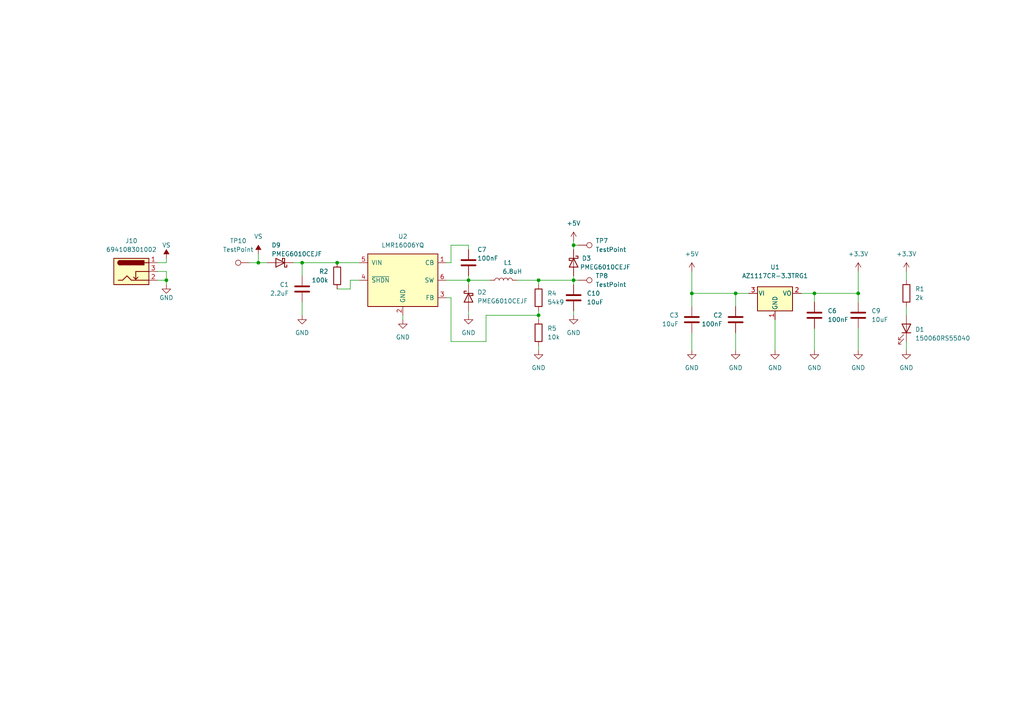
<source format=kicad_sch>
(kicad_sch (version 20250114) (generator "eeschema") (generator_version "9.0")
  (paper "A4")
  (lib_symbols
    (symbol "Connector:Barrel_Jack_Switch" (pin_names (hide yes))
      (property "Reference" "J" (at 0 5.334 0))
      (property "Value" "Barrel_Jack_Switch" (at 0 -5.08 0))
      (symbol "Barrel_Jack_Switch_0_1"
        (rectangle (start -5.08 3.81) (end 5.08 -3.81) (stroke (width 0.254)) (fill (type background)))
        (polyline (pts (xy -3.81 -2.54) (xy -2.54 -2.54) (xy -1.27 -1.27) (xy 0 -2.54) (xy 2.54 -2.54) (xy 5.08 -2.54)) (stroke (width 0.254)))
        (arc (start -3.302 1.905) (mid -3.9342 2.54) (end -3.302 3.175) (stroke (width 0.254)))
        (arc (start -3.302 1.905) (mid -3.9342 2.54) (end -3.302 3.175) (stroke (width 0.254)) (fill (type outline)))
        (polyline (pts (xy 1.27 -2.286) (xy 1.905 -1.651)) (stroke (width 0.254)))
        (rectangle (start 3.683 3.175) (end -3.302 1.905) (stroke (width 0.254)) (fill (type outline)))
        (polyline (pts (xy 5.08 2.54) (xy 3.81 2.54)) (stroke (width 0.254)))
        (polyline (pts (xy 5.08 0) (xy 1.27 0) (xy 1.27 -2.286) (xy 0.635 -1.651)) (stroke (width 0.254)))
      )
      (symbol "Barrel_Jack_Switch_1_1"
        (pin passive line (at 7.62 2.54 180) (length 2.54) (name "~") (number "1"))
        (pin passive line (at 7.62 0 180) (length 2.54) (name "~") (number "3"))
        (pin passive line (at 7.62 -2.54 180) (length 2.54) (name "~") (number "2"))
      )
    )
    (symbol "Connector:TestPoint" (pin_numbers (hide yes)) (pin_names (offset 0.762) (hide yes))
      (property "Reference" "TP" (at 0 6.858 0))
      (property "Value" "TestPoint" (at 0 5.08 0))
      (symbol "TestPoint_0_1"
        (circle (center 0 3.302) (radius 0.762))
      )
      (symbol "TestPoint_1_1"
        (pin passive line (at 0 0 90) (length 2.54) (name "1") (number "1"))
      )
    )
    (symbol "Device:C" (pin_numbers (hide yes)) (pin_names (offset 0.254))
      (property "Reference" "C" (at 0.635 2.54 0))
      (property "Value" "C" (at 0.635 -2.54 0))
      (symbol "C_0_1"
        (polyline (pts (xy -2.032 0.762) (xy 2.032 0.762)) (stroke (width 0.508)))
        (polyline (pts (xy -2.032 -0.762) (xy 2.032 -0.762)) (stroke (width 0.508)))
      )
      (symbol "C_1_1"
        (pin passive line (at 0 3.81 270) (length 2.794) (name "~") (number "1"))
        (pin passive line (at 0 -3.81 90) (length 2.794) (name "~") (number "2"))
      )
    )
    (symbol "Device:D_Schottky" (pin_numbers (hide yes)) (pin_names (offset 1.016) (hide yes))
      (property "Reference" "D" (at 0 2.54 0))
      (property "Value" "D_Schottky" (at 0 -2.54 0))
      (symbol "D_Schottky_0_1"
        (polyline (pts (xy -1.905 0.635) (xy -1.905 1.27) (xy -1.27 1.27) (xy -1.27 -1.27) (xy -0.635 -1.27) (xy -0.635 -0.635)) (stroke (width 0.254)))
        (polyline (pts (xy 1.27 1.27) (xy 1.27 -1.27) (xy -1.27 0) (xy 1.27 1.27)) (stroke (width 0.254)))
        (polyline (pts (xy 1.27 0) (xy -1.27 0)))
      )
      (symbol "D_Schottky_1_1"
        (pin passive line (at -3.81 0 0) (length 2.54) (name "K") (number "1"))
        (pin passive line (at 3.81 0 180) (length 2.54) (name "A") (number "2"))
      )
    )
    (symbol "Device:L" (pin_numbers (hide yes)) (pin_names (offset 1.016) (hide yes))
      (property "Reference" "L" (at -1.27 0 90))
      (property "Value" "L" (at 1.905 0 90))
      (symbol "L_0_1"
        (arc (start 0 2.54) (mid 0.6323 1.905) (end 0 1.27))
        (arc (start 0 1.27) (mid 0.6323 0.635) (end 0 0))
        (arc (start 0 0) (mid 0.6323 -0.635) (end 0 -1.27))
        (arc (start 0 -1.27) (mid 0.6323 -1.905) (end 0 -2.54))
      )
      (symbol "L_1_1"
        (pin passive line (at 0 3.81 270) (length 1.27) (name "1") (number "1"))
        (pin passive line (at 0 -3.81 90) (length 1.27) (name "2") (number "2"))
      )
    )
    (symbol "Device:LED" (pin_numbers (hide yes)) (pin_names (offset 1.016) (hide yes))
      (property "Reference" "D" (at 0 2.54 0))
      (property "Value" "LED" (at 0 -2.54 0))
      (symbol "LED_0_1"
        (polyline (pts (xy -3.048 -0.762) (xy -4.572 -2.286) (xy -3.81 -2.286) (xy -4.572 -2.286) (xy -4.572 -1.524)))
        (polyline (pts (xy -1.778 -0.762) (xy -3.302 -2.286) (xy -2.54 -2.286) (xy -3.302 -2.286) (xy -3.302 -1.524)))
        (polyline (pts (xy -1.27 0) (xy 1.27 0)))
        (polyline (pts (xy -1.27 -1.27) (xy -1.27 1.27)) (stroke (width 0.254)))
        (polyline (pts (xy 1.27 -1.27) (xy 1.27 1.27) (xy -1.27 0) (xy 1.27 -1.27)) (stroke (width 0.254)))
      )
      (symbol "LED_1_1"
        (pin passive line (at -3.81 0 0) (length 2.54) (name "K") (number "1"))
        (pin passive line (at 3.81 0 180) (length 2.54) (name "A") (number "2"))
      )
    )
    (symbol "Device:R" (pin_numbers (hide yes)) (pin_names (offset 0))
      (property "Reference" "R" (at 2.032 0 90))
      (property "Value" "R" (at 0 0 90))
      (symbol "R_0_1"
        (rectangle (start -1.016 -2.54) (end 1.016 2.54) (stroke (width 0.254)))
      )
      (symbol "R_1_1"
        (pin passive line (at 0 3.81 270) (length 1.27) (name "~") (number "1"))
        (pin passive line (at 0 -3.81 90) (length 1.27) (name "~") (number "2"))
      )
    )
    (symbol "Regulator_Linear:LM1117-3.3" (pin_names (offset 0.254))
      (property "Reference" "U" (at -3.81 3.175 0))
      (property "Value" "LM1117-3.3" (at 0 3.175 0))
      (symbol "LM1117-3.3_0_1"
        (rectangle (start -5.08 -5.08) (end 5.08 1.905) (stroke (width 0.254)) (fill (type background)))
      )
      (symbol "LM1117-3.3_1_1"
        (pin power_in line (at -7.62 0 0) (length 2.54) (name "VI") (number "3"))
        (pin power_in line (at 0 -7.62 90) (length 2.54) (name "GND") (number "1"))
        (pin power_out line (at 7.62 0 180) (length 2.54) (name "VO") (number "2"))
      )
    )
    (symbol "Regulator_Switching:LMR16006YQ" (pin_names (offset 1.016))
      (property "Reference" "U" (at -10.16 11.43 0))
      (property "Value" "LMR16006YQ" (at -10.16 8.89 0))
      (symbol "LMR16006YQ_0_1"
        (rectangle (start -10.16 7.62) (end 10.16 -7.62) (stroke (width 0.254)) (fill (type background)))
      )
      (symbol "LMR16006YQ_1_1"
        (pin power_in line (at -12.7 5.08 0) (length 2.54) (name "VIN") (number "5"))
        (pin input line (at -12.7 0 0) (length 2.54) (name "~{SHDN}") (number "4"))
        (pin power_in line (at 0 -10.16 90) (length 2.54) (name "GND") (number "2"))
        (pin input line (at 12.7 5.08 180) (length 2.54) (name "CB") (number "1"))
        (pin output line (at 12.7 0 180) (length 2.54) (name "SW") (number "6"))
        (pin input line (at 12.7 -5.08 180) (length 2.54) (name "FB") (number "3"))
      )
    )
    (symbol "power:+3.3V" (power) (pin_names (offset 0))
      (property "Value" "+3.3V" (at 0 3.556 0))
      (symbol "+3.3V_0_1"
        (polyline (pts (xy -0.762 1.27) (xy 0 2.54)))
        (polyline (pts (xy 0 2.54) (xy 0.762 1.27)))
        (polyline (pts (xy 0 0) (xy 0 2.54)))
      )
      (symbol "+3.3V_1_1"
        (pin power_in line (at 0 0 90) (length 0) (hide yes) (name "+3.3V") (number "1"))
      )
    )
    (symbol "power:+5V" (power) (pin_names (offset 0))
      (property "Value" "+5V" (at 0 3.556 0))
      (symbol "+5V_0_1"
        (polyline (pts (xy -0.762 1.27) (xy 0 2.54)))
        (polyline (pts (xy 0 2.54) (xy 0.762 1.27)))
        (polyline (pts (xy 0 0) (xy 0 2.54)))
      )
      (symbol "+5V_1_1"
        (pin power_in line (at 0 0 90) (length 0) (hide yes) (name "+5V") (number "1"))
      )
    )
    (symbol "power:GND" (power) (pin_names (offset 0))
      (property "Value" "GND" (at 0 -3.81 0))
      (symbol "GND_0_1"
        (polyline (pts (xy 0 0) (xy 0 -1.27) (xy 1.27 -1.27) (xy 0 -2.54) (xy -1.27 -1.27) (xy 0 -1.27)))
      )
      (symbol "GND_1_1"
        (pin power_in line (at 0 0 270) (length 0) (hide yes) (name "GND") (number "1"))
      )
    )
    (symbol "power:VS" (power) (pin_names (offset 0))
      (property "Value" "VS" (at 0 3.81 0))
      (symbol "VS_0_1"
        (polyline (pts (xy 0 0) (xy 0 2.54)))
        (polyline (pts (xy 0.762 1.27) (xy -0.762 1.27) (xy 0 2.54) (xy 0.762 1.27)) (fill (type outline)))
      )
      (symbol "VS_1_1"
        (pin power_in line (at 0 0 90) (length 0) (hide yes) (name "VS") (number "1"))
      )
    )
  )
  (junction (at 156.21 81.28))
  (junction (at 135.89 81.28))
  (junction (at 87.63 76.2))
  (junction (at 48.26 81.28))
  (junction (at 166.37 81.28))
  (junction (at 200.66 85.09))
  (junction (at 97.79 76.2))
  (junction (at 213.36 85.09))
  (junction (at 74.93 76.2))
  (junction (at 236.22 85.09))
  (junction (at 166.37 71.12))
  (junction (at 248.92 85.09))
  (junction (at 156.21 91.44))
  (wire (pts (xy 248.92 85.09) (xy 248.92 87.63)))
  (wire (pts (xy 140.97 91.44) (xy 156.21 91.44)))
  (wire (pts (xy 48.26 81.28) (xy 48.26 82.55)))
  (wire (pts (xy 97.79 83.82) (xy 101.6 83.82)))
  (wire (pts (xy 236.22 85.09) (xy 248.92 85.09)))
  (wire (pts (xy 135.89 71.12) (xy 135.89 72.39)))
  (wire (pts (xy 166.37 71.12) (xy 166.37 72.39)))
  (wire (pts (xy 200.66 96.52) (xy 200.66 101.6)))
  (wire (pts (xy 213.36 96.52) (xy 213.36 101.6)))
  (wire (pts (xy 101.6 81.28) (xy 104.14 81.28)))
  (wire (pts (xy 213.36 85.09) (xy 213.36 88.9)))
  (wire (pts (xy 87.63 87.63) (xy 87.63 91.44)))
  (wire (pts (xy 213.36 85.09) (xy 217.17 85.09)))
  (wire (pts (xy 166.37 81.28) (xy 166.37 82.55)))
  (wire (pts (xy 48.26 78.74) (xy 48.26 81.28)))
  (wire (pts (xy 232.41 85.09) (xy 236.22 85.09)))
  (wire (pts (xy 166.37 80.01) (xy 166.37 81.28)))
  (wire (pts (xy 140.97 99.06) (xy 140.97 91.44)))
  (wire (pts (xy 248.92 78.74) (xy 248.92 85.09)))
  (wire (pts (xy 97.79 76.2) (xy 104.14 76.2)))
  (wire (pts (xy 74.93 76.2) (xy 77.47 76.2)))
  (wire (pts (xy 130.81 71.12) (xy 135.89 71.12)))
  (wire (pts (xy 200.66 78.74) (xy 200.66 85.09)))
  (wire (pts (xy 116.84 91.44) (xy 116.84 92.71)))
  (wire (pts (xy 87.63 76.2) (xy 87.63 80.01)))
  (wire (pts (xy 85.09 76.2) (xy 87.63 76.2)))
  (wire (pts (xy 200.66 85.09) (xy 200.66 88.9)))
  (wire (pts (xy 129.54 81.28) (xy 135.89 81.28)))
  (wire (pts (xy 135.89 82.55) (xy 135.89 81.28)))
  (wire (pts (xy 200.66 85.09) (xy 213.36 85.09)))
  (wire (pts (xy 224.79 92.71) (xy 224.79 101.6)))
  (wire (pts (xy 97.79 76.2) (xy 87.63 76.2)))
  (wire (pts (xy 236.22 95.25) (xy 236.22 101.6)))
  (wire (pts (xy 45.72 81.28) (xy 48.26 81.28)))
  (wire (pts (xy 166.37 81.28) (xy 167.64 81.28)))
  (wire (pts (xy 130.81 86.36) (xy 130.81 99.06)))
  (wire (pts (xy 72.39 76.2) (xy 74.93 76.2)))
  (wire (pts (xy 101.6 83.82) (xy 101.6 81.28)))
  (wire (pts (xy 45.72 78.74) (xy 48.26 78.74)))
  (wire (pts (xy 135.89 81.28) (xy 142.24 81.28)))
  (wire (pts (xy 156.21 81.28) (xy 156.21 82.55)))
  (wire (pts (xy 48.26 74.93) (xy 48.26 76.2)))
  (wire (pts (xy 129.54 86.36) (xy 130.81 86.36)))
  (wire (pts (xy 74.93 76.2) (xy 74.93 73.66)))
  (wire (pts (xy 156.21 100.33) (xy 156.21 101.6)))
  (wire (pts (xy 156.21 92.71) (xy 156.21 91.44)))
  (wire (pts (xy 45.72 76.2) (xy 48.26 76.2)))
  (wire (pts (xy 166.37 69.85) (xy 166.37 71.12)))
  (wire (pts (xy 166.37 90.17) (xy 166.37 91.44)))
  (wire (pts (xy 248.92 95.25) (xy 248.92 101.6)))
  (wire (pts (xy 262.89 88.9) (xy 262.89 91.44)))
  (wire (pts (xy 236.22 85.09) (xy 236.22 87.63)))
  (wire (pts (xy 156.21 91.44) (xy 156.21 90.17)))
  (wire (pts (xy 149.86 81.28) (xy 156.21 81.28)))
  (wire (pts (xy 130.81 71.12) (xy 130.81 76.2)))
  (wire (pts (xy 135.89 80.01) (xy 135.89 81.28)))
  (wire (pts (xy 262.89 99.06) (xy 262.89 101.6)))
  (wire (pts (xy 135.89 91.44) (xy 135.89 90.17)))
  (wire (pts (xy 262.89 78.74) (xy 262.89 81.28)))
  (wire (pts (xy 129.54 76.2) (xy 130.81 76.2)))
  (wire (pts (xy 156.21 81.28) (xy 166.37 81.28)))
  (wire (pts (xy 130.81 99.06) (xy 140.97 99.06)))
  (wire (pts (xy 167.64 71.12) (xy 166.37 71.12)))
  (symbol (lib_id "power:+3.3V") (at 248.92 78.74 0) (unit 1)
    (property "Reference" "#PWR0173" (effects (hide yes)))
    (property "Value" "+3.3V" (at 248.92 73.66 0))
  )
  (symbol (lib_id "Device:C") (at 236.22 91.44 0) (unit 1)
    (property "Reference" "C6" (at 240.03 90.1699 0) (effects (justify left)))
    (property "Value" "100nF" (at 240.03 92.7099 0) (effects (justify left)))
    (property "Footprint" "Capacitor_SMD:C_0402_1005Metric" (effects (hide yes)))
  )
  (symbol (lib_id "power:GND") (at 248.92 101.6 0) (unit 1)
    (property "Reference" "#PWR0168" (effects (hide yes)))
    (property "Value" "GND" (at 248.92 106.68 0))
  )
  (symbol (lib_id "Device:R") (at 97.79 80.01 0) (mirror x) (unit 1)
    (property "Reference" "R2" (at 95.25 78.7399 0) (effects (justify right)))
    (property "Value" "100k" (at 95.25 81.2799 0) (effects (justify right)))
    (property "Footprint" "Resistor_SMD:R_0402_1005Metric" (effects (hide yes)))
  )
  (symbol (lib_id "Regulator_Switching:LMR16006YQ") (at 116.84 81.28 0) (unit 1)
    (property "Reference" "U2" (at 116.84 68.58 0))
    (property "Value" "LMR16006YQ" (at 116.84 71.12 0))
    (property "Footprint" "Package_TO_SOT_SMD:SOT-23-6" (effects (hide yes)))
    (property "Datasheet" "http://www.ti.com/lit/ds/symlink/lmr16006y-q1.pdf" (effects (hide yes)))
  )
  (symbol (lib_id "Device:LED") (at 262.89 95.25 270) (mirror x) (unit 1)
    (property "Reference" "D1" (at 265.43 95.5674 90) (effects (justify left)))
    (property "Value" "150060RS55040" (at 265.43 98.1074 90) (effects (justify left)))
    (property "Footprint" "LED_SMD:LED_0603_1608Metric" (effects (hide yes)))
  )
  (symbol (lib_id "power:GND") (at 48.26 82.55 0) (unit 1)
    (property "Reference" "#PWR0158" (effects (hide yes)))
    (property "Value" "GND" (at 48.26 86.36 0))
  )
  (symbol (lib_id "power:VS") (at 48.26 74.93 0) (unit 1)
    (property "Reference" "#PWR0159" (effects (hide yes)))
    (property "Value" "VS" (at 48.26 71.12 0))
  )
  (symbol (lib_id "Device:C") (at 135.89 76.2 0) (unit 1)
    (property "Reference" "C7" (at 138.43 72.39 0) (effects (justify left)))
    (property "Value" "100nF" (at 138.43 74.93 0) (effects (justify left)))
    (property "Footprint" "Capacitor_SMD:C_0805_2012Metric" (effects (hide yes)))
  )
  (symbol (lib_id "Device:C") (at 248.92 91.44 0) (unit 1)
    (property "Reference" "C9" (at 252.73 90.1699 0) (effects (justify left)))
    (property "Value" "10uF" (at 252.73 92.7099 0) (effects (justify left)))
    (property "Footprint" "Capacitor_SMD:C_1206_3216Metric" (effects (hide yes)))
  )
  (symbol (lib_id "Connector:TestPoint") (at 167.64 81.28 270) (unit 1)
    (property "Reference" "TP8" (at 172.72 80.0099 90) (effects (justify left)))
    (property "Value" "TestPoint" (at 172.72 82.5499 90) (effects (justify left)))
    (property "Footprint" "TestPoint:TestPoint_Pad_D1.5mm" (effects (hide yes)))
  )
  (symbol (lib_id "Connector:TestPoint") (at 72.39 76.2 90) (unit 1)
    (property "Reference" "TP10" (at 69.088 69.85 90))
    (property "Value" "TestPoint" (at 69.088 72.39 90))
    (property "Footprint" "TestPoint:TestPoint_Pad_D1.5mm" (effects (hide yes)))
  )
  (symbol (lib_id "power:GND") (at 224.79 101.6 0) (unit 1)
    (property "Reference" "#PWR0175" (effects (hide yes)))
    (property "Value" "GND" (at 224.79 106.68 0))
  )
  (symbol (lib_id "Device:D_Schottky") (at 166.37 76.2 270) (unit 1)
    (property "Reference" "D3" (at 171.45 74.93 90) (effects (justify right)))
    (property "Value" "PMEG6010CEJF" (at 182.88 77.47 90) (effects (justify right)))
    (property "Footprint" "Diode_SMD:D_SOD-323F" (effects (hide yes)))
  )
  (symbol (lib_id "power:GND") (at 156.21 101.6 0) (unit 1)
    (property "Reference" "#PWR0163" (effects (hide yes)))
    (property "Value" "GND" (at 156.21 106.68 0))
  )
  (symbol (lib_id "Device:D_Schottky") (at 81.28 76.2 180) (unit 1)
    (property "Reference" "D9" (at 78.74 71.12 0) (effects (justify right)))
    (property "Value" "PMEG6010CEJF" (at 78.74 73.66 0) (effects (justify right)))
    (property "Footprint" "Diode_SMD:D_SOD-323F" (effects (hide yes)))
  )
  (symbol (lib_id "Device:C") (at 200.66 92.71 0) (mirror y) (unit 1)
    (property "Reference" "C3" (at 196.85 91.4399 0) (effects (justify left)))
    (property "Value" "10uF" (at 196.85 93.9799 0) (effects (justify left)))
    (property "Footprint" "Capacitor_SMD:C_1206_3216Metric" (effects (hide yes)))
  )
  (symbol (lib_id "Device:L") (at 146.05 81.28 90) (unit 1)
    (property "Reference" "L1" (at 147.32 76.2 90))
    (property "Value" "6.8uH" (at 148.59 78.74 90))
    (property "Footprint" "Melexis:HPC4018NF-Series" (effects (hide yes)))
  )
  (symbol (lib_id "power:GND") (at 262.89 101.6 0) (unit 1)
    (property "Reference" "#PWR0169" (effects (hide yes)))
    (property "Value" "GND" (at 262.89 106.68 0))
  )
  (symbol (lib_id "Device:C") (at 213.36 92.71 0) (mirror y) (unit 1)
    (property "Reference" "C2" (at 209.55 91.4399 0) (effects (justify left)))
    (property "Value" "100nF" (at 209.55 93.9799 0) (effects (justify left)))
    (property "Footprint" "Capacitor_SMD:C_0402_1005Metric" (effects (hide yes)))
  )
  (symbol (lib_id "power:GND") (at 87.63 91.44 0) (unit 1)
    (property "Reference" "#PWR0161" (effects (hide yes)))
    (property "Value" "GND" (at 87.63 96.52 0))
  )
  (symbol (lib_id "power:+3.3V") (at 262.89 78.74 0) (unit 1)
    (property "Reference" "#PWR0172" (effects (hide yes)))
    (property "Value" "+3.3V" (at 262.89 73.66 0))
  )
  (symbol (lib_id "Regulator_Linear:LM1117-3.3") (at 224.79 85.09 0) (unit 1)
    (property "Reference" "U1" (at 224.79 77.47 0))
    (property "Value" "AZ1117CR-3.3TRG1" (at 224.79 80.01 0))
    (property "Footprint" "Package_TO_SOT_SMD:SOT-89-3" (effects (hide yes)))
  )
  (symbol (lib_id "Device:C") (at 166.37 86.36 0) (unit 1)
    (property "Reference" "C10" (at 170.18 85.0899 0) (effects (justify left)))
    (property "Value" "10uF" (at 170.18 87.6299 0) (effects (justify left)))
    (property "Footprint" "Capacitor_SMD:C_1206_3216Metric" (effects (hide yes)))
  )
  (symbol (lib_id "power:VS") (at 74.93 73.66 0) (unit 1)
    (property "Reference" "#PWR0160" (effects (hide yes)))
    (property "Value" "VS" (at 74.93 68.58 0))
  )
  (symbol (lib_id "power:GND") (at 135.89 91.44 0) (unit 1)
    (property "Reference" "#PWR0165" (effects (hide yes)))
    (property "Value" "GND" (at 135.89 96.52 0))
  )
  (symbol (lib_id "power:+5V") (at 166.37 69.85 0) (mirror y) (unit 1)
    (property "Reference" "#PWR0164" (effects (hide yes)))
    (property "Value" "+5V" (at 166.37 64.77 0))
  )
  (symbol (lib_id "power:GND") (at 236.22 101.6 0) (unit 1)
    (property "Reference" "#PWR0174" (effects (hide yes)))
    (property "Value" "GND" (at 236.22 106.68 0))
  )
  (symbol (lib_id "Device:R") (at 262.89 85.09 180) (unit 1)
    (property "Reference" "R1" (at 265.43 83.8199 0) (effects (justify right)))
    (property "Value" "2k" (at 265.43 86.3599 0) (effects (justify right)))
    (property "Footprint" "Resistor_SMD:R_0603_1608Metric" (effects (hide yes)))
  )
  (symbol (lib_id "Connector:TestPoint") (at 167.64 71.12 270) (unit 1)
    (property "Reference" "TP7" (at 172.72 69.8499 90) (effects (justify left)))
    (property "Value" "TestPoint" (at 172.72 72.3899 90) (effects (justify left)))
    (property "Footprint" "TestPoint:TestPoint_Pad_D1.5mm" (effects (hide yes)))
  )
  (symbol (lib_id "Device:R") (at 156.21 96.52 180) (unit 1)
    (property "Reference" "R5" (at 158.75 95.2499 0) (effects (justify right)))
    (property "Value" "10k" (at 158.75 97.7899 0) (effects (justify right)))
    (property "Footprint" "Resistor_SMD:R_0402_1005Metric" (effects (hide yes)))
  )
  (symbol (lib_id "Device:C") (at 87.63 83.82 0) (mirror y) (unit 1)
    (property "Reference" "C1" (at 83.82 82.5499 0) (effects (justify left)))
    (property "Value" "2.2uF" (at 83.82 85.0899 0) (effects (justify left)))
    (property "Footprint" "Capacitor_SMD:C_1210_3225Metric" (effects (hide yes)))
  )
  (symbol (lib_id "power:GND") (at 200.66 101.6 0) (unit 1)
    (property "Reference" "#PWR0171" (effects (hide yes)))
    (property "Value" "GND" (at 200.66 106.68 0))
  )
  (symbol (lib_id "power:+5V") (at 200.66 78.74 0) (mirror y) (unit 1)
    (property "Reference" "#PWR0167" (effects (hide yes)))
    (property "Value" "+5V" (at 200.66 73.66 0))
  )
  (symbol (lib_id "power:GND") (at 116.84 92.71 0) (unit 1)
    (property "Reference" "#PWR0166" (effects (hide yes)))
    (property "Value" "GND" (at 116.84 97.79 0))
  )
  (symbol (lib_id "power:GND") (at 213.36 101.6 0) (unit 1)
    (property "Reference" "#PWR0170" (effects (hide yes)))
    (property "Value" "GND" (at 213.36 106.68 0))
  )
  (symbol (lib_id "power:GND") (at 166.37 91.44 0) (unit 1)
    (property "Reference" "#PWR0162" (effects (hide yes)))
    (property "Value" "GND" (at 166.37 96.52 0))
  )
  (symbol (lib_id "Connector:Barrel_Jack_Switch") (at 38.1 78.74 0) (unit 1)
    (property "Reference" "J10" (at 38.1 69.85 0))
    (property "Value" "694108301002" (at 38.1 72.39 0))
    (property "Footprint" "Connector_BarrelJack:BarrelJack_Wuerth_6941xx301002" (effects (hide yes)))
  )
  (symbol (lib_id "Device:D_Schottky") (at 135.89 86.36 90) (mirror x) (unit 1)
    (property "Reference" "D2" (at 138.43 84.7724 90) (effects (justify right)))
    (property "Value" "PMEG6010CEJF" (at 138.43 87.3124 90) (effects (justify right)))
    (property "Footprint" "Diode_SMD:D_SOD-323F" (effects (hide yes)))
  )
  (symbol (lib_id "Device:R") (at 156.21 86.36 180) (unit 1)
    (property "Reference" "R4" (at 158.75 85.0899 0) (effects (justify right)))
    (property "Value" "54k9" (at 158.75 87.6299 0) (effects (justify right)))
    (property "Footprint" "Resistor_SMD:R_0402_1005Metric" (effects (hide yes)))
  )
)
</source>
